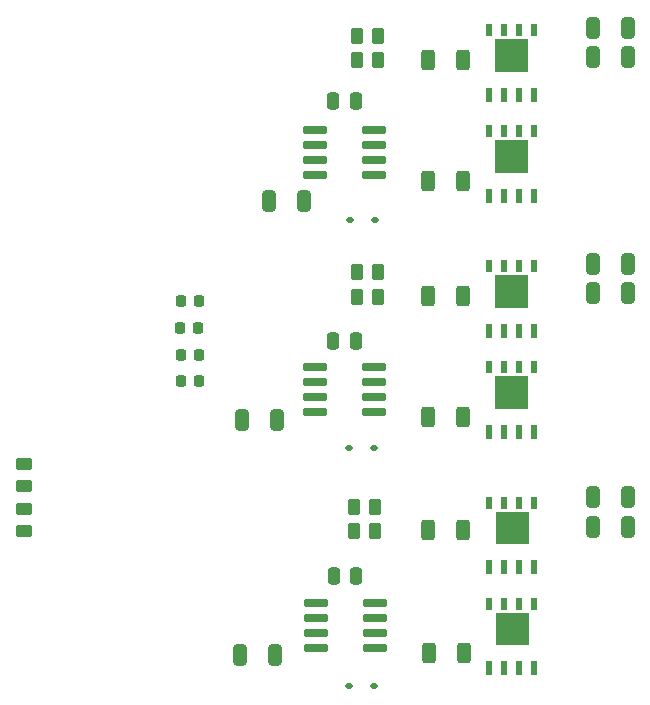
<source format=gbp>
%TF.GenerationSoftware,KiCad,Pcbnew,9.0.4*%
%TF.CreationDate,2025-12-21T19:05:22-05:00*%
%TF.ProjectId,esc,6573632e-6b69-4636-9164-5f7063625858,rev?*%
%TF.SameCoordinates,Original*%
%TF.FileFunction,Paste,Bot*%
%TF.FilePolarity,Positive*%
%FSLAX46Y46*%
G04 Gerber Fmt 4.6, Leading zero omitted, Abs format (unit mm)*
G04 Created by KiCad (PCBNEW 9.0.4) date 2025-12-21 19:05:22*
%MOMM*%
%LPD*%
G01*
G04 APERTURE LIST*
G04 Aperture macros list*
%AMRoundRect*
0 Rectangle with rounded corners*
0 $1 Rounding radius*
0 $2 $3 $4 $5 $6 $7 $8 $9 X,Y pos of 4 corners*
0 Add a 4 corners polygon primitive as box body*
4,1,4,$2,$3,$4,$5,$6,$7,$8,$9,$2,$3,0*
0 Add four circle primitives for the rounded corners*
1,1,$1+$1,$2,$3*
1,1,$1+$1,$4,$5*
1,1,$1+$1,$6,$7*
1,1,$1+$1,$8,$9*
0 Add four rect primitives between the rounded corners*
20,1,$1+$1,$2,$3,$4,$5,0*
20,1,$1+$1,$4,$5,$6,$7,0*
20,1,$1+$1,$6,$7,$8,$9,0*
20,1,$1+$1,$8,$9,$2,$3,0*%
G04 Aperture macros list end*
%ADD10C,0.010000*%
%ADD11RoundRect,0.112500X0.187500X0.112500X-0.187500X0.112500X-0.187500X-0.112500X0.187500X-0.112500X0*%
%ADD12R,0.610000X1.270000*%
%ADD13R,0.610000X1.020000*%
%ADD14RoundRect,0.250000X0.325000X0.650000X-0.325000X0.650000X-0.325000X-0.650000X0.325000X-0.650000X0*%
%ADD15RoundRect,0.250000X0.312500X0.625000X-0.312500X0.625000X-0.312500X-0.625000X0.312500X-0.625000X0*%
%ADD16RoundRect,0.250000X-0.325000X-0.650000X0.325000X-0.650000X0.325000X0.650000X-0.325000X0.650000X0*%
%ADD17RoundRect,0.250000X0.450000X-0.262500X0.450000X0.262500X-0.450000X0.262500X-0.450000X-0.262500X0*%
%ADD18RoundRect,0.225000X0.225000X0.250000X-0.225000X0.250000X-0.225000X-0.250000X0.225000X-0.250000X0*%
%ADD19RoundRect,0.250000X0.262500X0.450000X-0.262500X0.450000X-0.262500X-0.450000X0.262500X-0.450000X0*%
%ADD20RoundRect,0.250000X-0.262500X-0.450000X0.262500X-0.450000X0.262500X0.450000X-0.262500X0.450000X0*%
%ADD21RoundRect,0.075000X-0.910000X-0.225000X0.910000X-0.225000X0.910000X0.225000X-0.910000X0.225000X0*%
%ADD22RoundRect,0.250000X-0.250000X-0.475000X0.250000X-0.475000X0.250000X0.475000X-0.250000X0.475000X0*%
G04 APERTURE END LIST*
D10*
%TO.C,Q1*%
X157710000Y-71655000D02*
X154950000Y-71655000D01*
X154950000Y-68975000D01*
X157710000Y-68975000D01*
X157710000Y-71655000D01*
G36*
X157710000Y-71655000D02*
G01*
X154950000Y-71655000D01*
X154950000Y-68975000D01*
X157710000Y-68975000D01*
X157710000Y-71655000D01*
G37*
%TO.C,Q5*%
X157765000Y-111655000D02*
X155005000Y-111655000D01*
X155005000Y-108975000D01*
X157765000Y-108975000D01*
X157765000Y-111655000D01*
G36*
X157765000Y-111655000D02*
G01*
X155005000Y-111655000D01*
X155005000Y-108975000D01*
X157765000Y-108975000D01*
X157765000Y-111655000D01*
G37*
%TO.C,Q6*%
X157765000Y-120205000D02*
X155005000Y-120205000D01*
X155005000Y-117525000D01*
X157765000Y-117525000D01*
X157765000Y-120205000D01*
G36*
X157765000Y-120205000D02*
G01*
X155005000Y-120205000D01*
X155005000Y-117525000D01*
X157765000Y-117525000D01*
X157765000Y-120205000D01*
G37*
%TO.C,Q2*%
X157710000Y-80205000D02*
X154950000Y-80205000D01*
X154950000Y-77525000D01*
X157710000Y-77525000D01*
X157710000Y-80205000D01*
G36*
X157710000Y-80205000D02*
G01*
X154950000Y-80205000D01*
X154950000Y-77525000D01*
X157710000Y-77525000D01*
X157710000Y-80205000D01*
G37*
%TO.C,Q3*%
X157710000Y-91655000D02*
X154950000Y-91655000D01*
X154950000Y-88975000D01*
X157710000Y-88975000D01*
X157710000Y-91655000D01*
G36*
X157710000Y-91655000D02*
G01*
X154950000Y-91655000D01*
X154950000Y-88975000D01*
X157710000Y-88975000D01*
X157710000Y-91655000D01*
G37*
%TO.C,Q4*%
X157710000Y-100205000D02*
X154950000Y-100205000D01*
X154950000Y-97525000D01*
X157710000Y-97525000D01*
X157710000Y-100205000D01*
G36*
X157710000Y-100205000D02*
G01*
X154950000Y-100205000D01*
X154950000Y-97525000D01*
X157710000Y-97525000D01*
X157710000Y-100205000D01*
G37*
%TD*%
D11*
%TO.C,D4*%
X144730000Y-123705000D03*
X142630000Y-123705000D03*
%TD*%
D12*
%TO.C,Q1*%
X158235000Y-73675000D03*
X156965000Y-73675000D03*
X155695000Y-73675000D03*
X154425000Y-73675000D03*
D13*
X154425000Y-68210000D03*
X155695000Y-68210000D03*
X156965000Y-68210000D03*
X158235000Y-68210000D03*
%TD*%
D12*
%TO.C,Q5*%
X158290000Y-113675000D03*
X157020000Y-113675000D03*
X155750000Y-113675000D03*
X154480000Y-113675000D03*
D13*
X154480000Y-108210000D03*
X155750000Y-108210000D03*
X157020000Y-108210000D03*
X158290000Y-108210000D03*
%TD*%
D14*
%TO.C,C21*%
X136475000Y-101250000D03*
X133525000Y-101250000D03*
%TD*%
D15*
%TO.C,R8*%
X152242500Y-80955000D03*
X149317500Y-80955000D03*
%TD*%
D14*
%TO.C,C16*%
X138787500Y-82675000D03*
X135837500Y-82675000D03*
%TD*%
D16*
%TO.C,C28*%
X163250000Y-107750000D03*
X166200000Y-107750000D03*
%TD*%
D17*
%TO.C,R2*%
X115062500Y-106787500D03*
X115062500Y-104962500D03*
%TD*%
D18*
%TO.C,C30*%
X129900000Y-97950000D03*
X128350000Y-97950000D03*
%TD*%
D11*
%TO.C,D3*%
X144730000Y-103605000D03*
X142630000Y-103605000D03*
%TD*%
D16*
%TO.C,C29*%
X163250000Y-110250000D03*
X166200000Y-110250000D03*
%TD*%
D19*
%TO.C,R13*%
X145075000Y-90775000D03*
X143250000Y-90775000D03*
%TD*%
D15*
%TO.C,R12*%
X152242500Y-100955000D03*
X149317500Y-100955000D03*
%TD*%
D20*
%TO.C,R10*%
X143237500Y-68700000D03*
X145062500Y-68700000D03*
%TD*%
D21*
%TO.C,U7*%
X139810000Y-120510000D03*
X139810000Y-119240000D03*
X139810000Y-117970000D03*
X139810000Y-116700000D03*
X144760000Y-116700000D03*
X144760000Y-117970000D03*
X144760000Y-119240000D03*
X144760000Y-120510000D03*
%TD*%
D12*
%TO.C,Q6*%
X158290000Y-122225000D03*
X157020000Y-122225000D03*
X155750000Y-122225000D03*
X154480000Y-122225000D03*
D13*
X154480000Y-116760000D03*
X155750000Y-116760000D03*
X157020000Y-116760000D03*
X158290000Y-116760000D03*
%TD*%
D15*
%TO.C,R15*%
X152212500Y-110500000D03*
X149287500Y-110500000D03*
%TD*%
D22*
%TO.C,C27*%
X141330000Y-114455000D03*
X143230000Y-114455000D03*
%TD*%
D15*
%TO.C,R7*%
X152212500Y-70750000D03*
X149287500Y-70750000D03*
%TD*%
D21*
%TO.C,U5*%
X139755000Y-80510000D03*
X139755000Y-79240000D03*
X139755000Y-77970000D03*
X139755000Y-76700000D03*
X144705000Y-76700000D03*
X144705000Y-77970000D03*
X144705000Y-79240000D03*
X144705000Y-80510000D03*
%TD*%
D16*
%TO.C,C23*%
X163250000Y-88000000D03*
X166200000Y-88000000D03*
%TD*%
D20*
%TO.C,R18*%
X143000000Y-108587500D03*
X144825000Y-108587500D03*
%TD*%
D18*
%TO.C,C20*%
X129850000Y-93416667D03*
X128300000Y-93416667D03*
%TD*%
D21*
%TO.C,U6*%
X139755000Y-100510000D03*
X139755000Y-99240000D03*
X139755000Y-97970000D03*
X139755000Y-96700000D03*
X144705000Y-96700000D03*
X144705000Y-97970000D03*
X144705000Y-99240000D03*
X144705000Y-100510000D03*
%TD*%
D12*
%TO.C,Q2*%
X158235000Y-82225000D03*
X156965000Y-82225000D03*
X155695000Y-82225000D03*
X154425000Y-82225000D03*
D13*
X154425000Y-76760000D03*
X155695000Y-76760000D03*
X156965000Y-76760000D03*
X158235000Y-76760000D03*
%TD*%
D18*
%TO.C,C2*%
X129900000Y-91150000D03*
X128350000Y-91150000D03*
%TD*%
D15*
%TO.C,R16*%
X152297500Y-120955000D03*
X149372500Y-120955000D03*
%TD*%
D19*
%TO.C,R9*%
X145075000Y-70750000D03*
X143250000Y-70750000D03*
%TD*%
D15*
%TO.C,R11*%
X152212500Y-90750000D03*
X149287500Y-90750000D03*
%TD*%
D17*
%TO.C,R1*%
X115062500Y-110587500D03*
X115062500Y-108762500D03*
%TD*%
D22*
%TO.C,C22*%
X141280000Y-94505000D03*
X143180000Y-94505000D03*
%TD*%
D16*
%TO.C,C18*%
X163250000Y-68000000D03*
X166200000Y-68000000D03*
%TD*%
%TO.C,C19*%
X163250000Y-70500000D03*
X166200000Y-70500000D03*
%TD*%
%TO.C,C24*%
X163250000Y-90500000D03*
X166200000Y-90500000D03*
%TD*%
D11*
%TO.C,D2*%
X144800000Y-84250000D03*
X142700000Y-84250000D03*
%TD*%
D12*
%TO.C,Q3*%
X158235000Y-93675000D03*
X156965000Y-93675000D03*
X155695000Y-93675000D03*
X154425000Y-93675000D03*
D13*
X154425000Y-88210000D03*
X155695000Y-88210000D03*
X156965000Y-88210000D03*
X158235000Y-88210000D03*
%TD*%
D20*
%TO.C,R14*%
X143250000Y-88725000D03*
X145075000Y-88725000D03*
%TD*%
D22*
%TO.C,C17*%
X141280000Y-74254996D03*
X143180000Y-74254996D03*
%TD*%
D19*
%TO.C,R17*%
X144825000Y-110600000D03*
X143000000Y-110600000D03*
%TD*%
D14*
%TO.C,C26*%
X136305000Y-121155000D03*
X133355000Y-121155000D03*
%TD*%
D12*
%TO.C,Q4*%
X158235000Y-102225000D03*
X156965000Y-102225000D03*
X155695000Y-102225000D03*
X154425000Y-102225000D03*
D13*
X154425000Y-96760000D03*
X155695000Y-96760000D03*
X156965000Y-96760000D03*
X158235000Y-96760000D03*
%TD*%
D18*
%TO.C,C25*%
X129900000Y-95683333D03*
X128350000Y-95683333D03*
%TD*%
M02*

</source>
